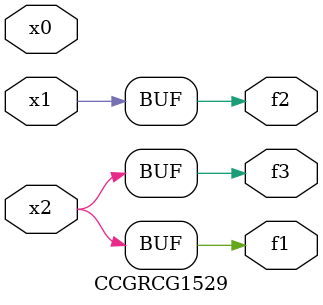
<source format=v>
module CCGRCG1529(
	input x0, x1, x2,
	output f1, f2, f3
);
	assign f1 = x2;
	assign f2 = x1;
	assign f3 = x2;
endmodule

</source>
